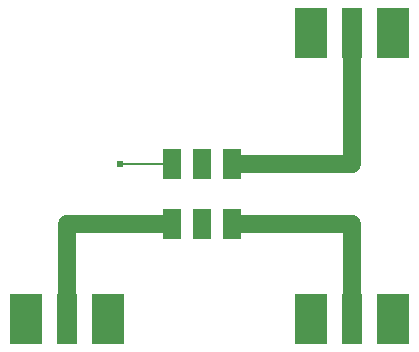
<source format=gbr>
G04 EAGLE Gerber RS-274X export*
G75*
%MOIN*%
%FSLAX34Y34*%
%LPD*%
%INTop Copper*%
%IPPOS*%
%AMOC8*
5,1,8,0,0,1.08239X$1,22.5*%
G01*
%ADD10R,0.064961X0.100000*%
%ADD11R,0.070000X0.165000*%
%ADD12R,0.105000X0.165000*%
%ADD13C,0.023780*%
%ADD14C,0.006000*%
%ADD15C,0.060000*%


D10*
X8500Y6000D03*
X7500Y6000D03*
X6500Y6000D03*
X6500Y4000D03*
X7500Y4000D03*
X8500Y4000D03*
D11*
X12500Y10367D03*
D12*
X13876Y10367D03*
X11124Y10367D03*
D11*
X12500Y833D03*
D12*
X11124Y833D03*
X13876Y833D03*
D11*
X3000Y833D03*
D12*
X1624Y833D03*
X4376Y833D03*
D13*
X4750Y6000D03*
D14*
X6500Y6000D01*
D15*
X8500Y6000D02*
X12500Y6000D01*
X12500Y10367D01*
X12500Y4000D02*
X8500Y4000D01*
X12500Y4000D02*
X12500Y833D01*
X6500Y4000D02*
X3000Y4000D01*
X3000Y833D01*
M02*

</source>
